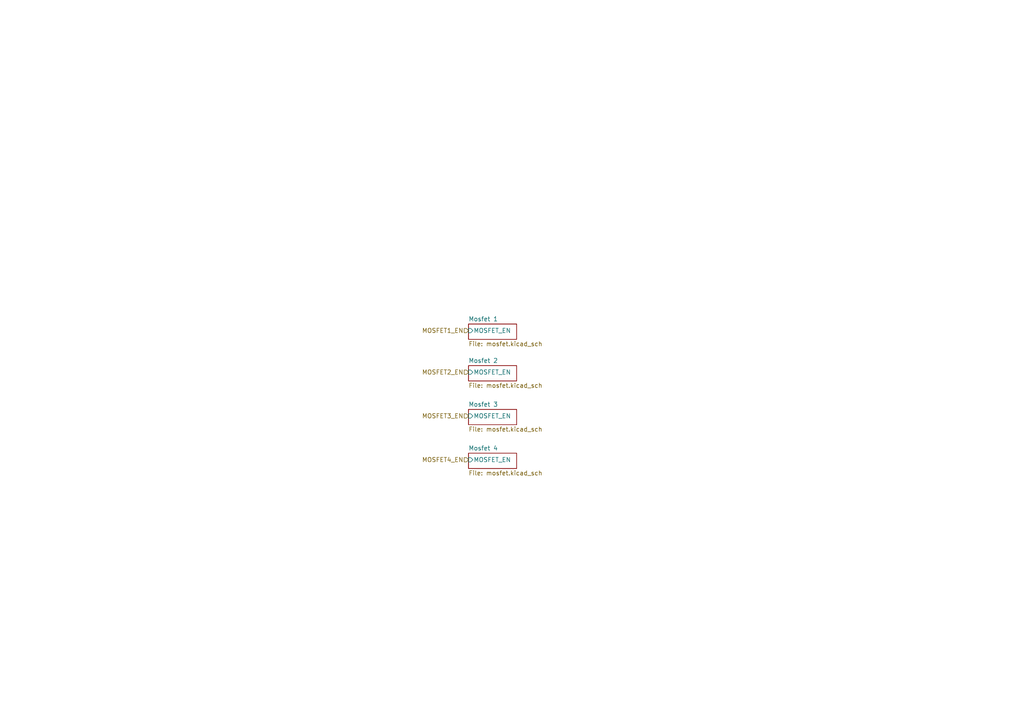
<source format=kicad_sch>
(kicad_sch (version 20211123) (generator eeschema)
  (paper "A4")
  (lib_symbols)
  (hierarchical_label "MOSFET3_EN" (shape input) (at 135.89 120.65 180))
  (hierarchical_label "MOSFET2_EN" (shape input) (at 135.89 107.95 180))
  (hierarchical_label "MOSFET1_EN" (shape input) (at 135.89 95.885 180))
  (hierarchical_label "MOSFET4_EN" (shape input) (at 135.89 133.35 180))
  (sheet (at 135.89 131.445) (size 13.97 4.445)
    (property "Sheet name" "Mosfet 4" (at 135.89 130.7334 0) (effects (justify left bottom)))
    (property "Sheet file" "mosfet.kicad_sch" (at 135.89 136.4746 0) (effects (justify left top)))
    (pin "MOSFET_EN" input (at 135.89 133.35 180))
  )
  (sheet (at 135.89 106.045) (size 13.97 4.445)
    (property "Sheet name" "Mosfet 2" (at 135.89 105.3334 0) (effects (justify left bottom)))
    (property "Sheet file" "mosfet.kicad_sch" (at 135.89 111.0746 0) (effects (justify left top)))
    (pin "MOSFET_EN" input (at 135.89 107.95 180))
  )
  (sheet (at 135.89 118.745) (size 13.97 4.445)
    (property "Sheet name" "Mosfet 3" (at 135.89 118.0334 0) (effects (justify left bottom)))
    (property "Sheet file" "mosfet.kicad_sch" (at 135.89 123.7746 0) (effects (justify left top)))
    (pin "MOSFET_EN" input (at 135.89 120.65 180))
  )
  (sheet (at 135.89 93.98) (size 13.97 4.445)
    (property "Sheet name" "Mosfet 1" (at 135.89 93.2684 0) (effects (justify left bottom)))
    (property "Sheet file" "mosfet.kicad_sch" (at 135.89 99.0096 0) (effects (justify left top)))
    (pin "MOSFET_EN" input (at 135.89 95.885 180))
  )
)
</source>
